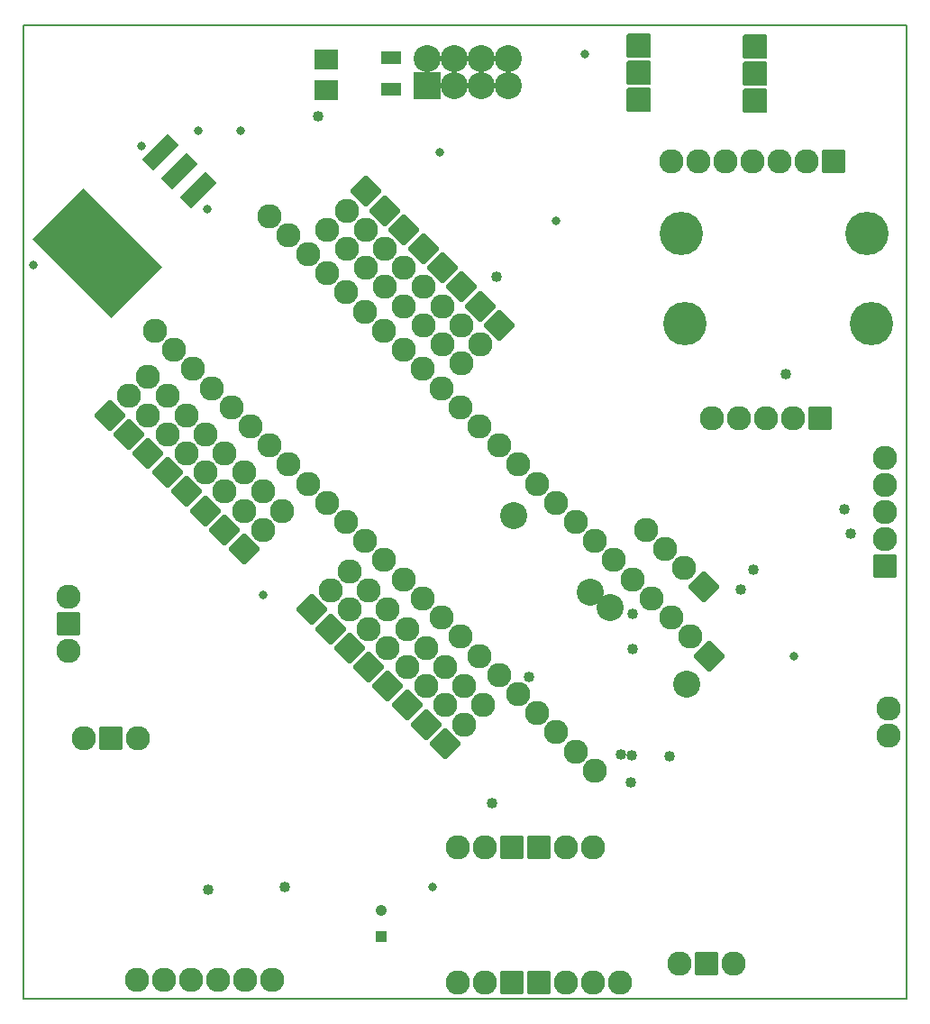
<source format=gbr>
G04 PROTEUS GERBER X2 FILE*
%TF.GenerationSoftware,Labcenter,Proteus,8.15-SP1-Build34318*%
%TF.CreationDate,2023-08-09T10:16:53+00:00*%
%TF.FileFunction,Soldermask,Top*%
%TF.FilePolarity,Negative*%
%TF.Part,Single*%
%TF.SameCoordinates,{0049c899-80f1-4e30-9ba5-08a3a9b55963}*%
%FSLAX45Y45*%
%MOMM*%
G01*
%TA.AperFunction,Material*%
%ADD37C,0.812800*%
%ADD38C,1.016000*%
%AMPPAD033*
4,1,36,
1.143000,-1.270000,
-1.143000,-1.270000,
-1.168970,-1.267470,
-1.192980,-1.260200,
-1.214580,-1.248650,
-1.233290,-1.233290,
-1.248650,-1.214570,
-1.260200,-1.192980,
-1.267470,-1.168970,
-1.270000,-1.143000,
-1.270000,1.143000,
-1.267470,1.168970,
-1.260200,1.192980,
-1.248650,1.214570,
-1.233290,1.233290,
-1.214580,1.248650,
-1.192980,1.260200,
-1.168970,1.267470,
-1.143000,1.270000,
1.143000,1.270000,
1.168970,1.267470,
1.192980,1.260200,
1.214580,1.248650,
1.233290,1.233290,
1.248650,1.214570,
1.260200,1.192980,
1.267470,1.168970,
1.270000,1.143000,
1.270000,-1.143000,
1.267470,-1.168970,
1.260200,-1.192980,
1.248650,-1.214570,
1.233290,-1.233290,
1.214580,-1.248650,
1.192980,-1.260200,
1.168970,-1.267470,
1.143000,-1.270000,
0*%
%TA.AperFunction,Material*%
%ADD39PPAD033*%
%ADD40C,2.540000*%
%TA.AperFunction,Material*%
%ADD41C,2.286000*%
%AMPPAD036*
4,1,36,
-0.089800,-1.436840,
-1.436840,-0.089800,
-1.453420,-0.069650,
-1.465250,-0.047530,
-1.472360,-0.024090,
-1.474730,0.000000,
-1.472350,0.024100,
-1.465250,0.047530,
-1.453420,0.069650,
-1.436840,0.089800,
-0.089800,1.436840,
-0.069650,1.453420,
-0.047530,1.465250,
-0.024100,1.472350,
0.000000,1.474730,
0.024090,1.472360,
0.047530,1.465250,
0.069650,1.453420,
0.089800,1.436840,
1.436840,0.089800,
1.453420,0.069650,
1.465250,0.047530,
1.472360,0.024090,
1.474730,0.000000,
1.472350,-0.024100,
1.465250,-0.047530,
1.453420,-0.069650,
1.436840,-0.089800,
0.089800,-1.436840,
0.069650,-1.453420,
0.047530,-1.465250,
0.024100,-1.472350,
0.000000,-1.474730,
-0.024090,-1.472360,
-0.047530,-1.465250,
-0.069650,-1.453420,
-0.089800,-1.436840,
0*%
%ADD42PPAD036*%
%AMPPAD037*
4,1,4,
0.709440,1.733190,
1.733190,0.709440,
-0.709440,-1.733190,
-1.733190,-0.709440,
0.709440,1.733190,
0*%
%TA.AperFunction,Material*%
%ADD43PPAD037*%
%AMPPAD038*
4,1,4,
6.115550,-1.302140,
1.302140,-6.115550,
-6.115550,1.302140,
-1.302140,6.115550,
6.115550,-1.302140,
0*%
%ADD44PPAD038*%
%AMPPAD039*
4,1,36,
-1.143000,-1.016000,
-1.143000,1.016000,
-1.140470,1.041970,
-1.133200,1.065980,
-1.121650,1.087580,
-1.106290,1.106290,
-1.087570,1.121650,
-1.065980,1.133200,
-1.041970,1.140470,
-1.016000,1.143000,
1.016000,1.143000,
1.041970,1.140470,
1.065980,1.133200,
1.087570,1.121650,
1.106290,1.106290,
1.121650,1.087580,
1.133200,1.065980,
1.140470,1.041970,
1.143000,1.016000,
1.143000,-1.016000,
1.140470,-1.041970,
1.133200,-1.065980,
1.121650,-1.087580,
1.106290,-1.106290,
1.087570,-1.121650,
1.065980,-1.133200,
1.041970,-1.140470,
1.016000,-1.143000,
-1.016000,-1.143000,
-1.041970,-1.140470,
-1.065980,-1.133200,
-1.087570,-1.121650,
-1.106290,-1.106290,
-1.121650,-1.087580,
-1.133200,-1.065980,
-1.140470,-1.041970,
-1.143000,-1.016000,
0*%
%TA.AperFunction,Material*%
%ADD45PPAD039*%
%AMPPAD040*
4,1,36,
0.952500,-1.079500,
-0.952500,-1.079500,
-0.978470,-1.076970,
-1.002480,-1.069700,
-1.024080,-1.058150,
-1.042790,-1.042790,
-1.058150,-1.024070,
-1.069700,-1.002480,
-1.076970,-0.978470,
-1.079500,-0.952500,
-1.079500,0.952500,
-1.076970,0.978470,
-1.069700,1.002480,
-1.058150,1.024070,
-1.042790,1.042790,
-1.024080,1.058150,
-1.002480,1.069700,
-0.978470,1.076970,
-0.952500,1.079500,
0.952500,1.079500,
0.978470,1.076970,
1.002480,1.069700,
1.024080,1.058150,
1.042790,1.042790,
1.058150,1.024070,
1.069700,1.002480,
1.076970,0.978470,
1.079500,0.952500,
1.079500,-0.952500,
1.076970,-0.978470,
1.069700,-1.002480,
1.058150,-1.024070,
1.042790,-1.042790,
1.024080,-1.058150,
1.002480,-1.069700,
0.978470,-1.076970,
0.952500,-1.079500,
0*%
%ADD46PPAD040*%
%AMPPAD041*
4,1,36,
-1.079500,-0.952500,
-1.079500,0.952500,
-1.076970,0.978470,
-1.069700,1.002480,
-1.058150,1.024080,
-1.042790,1.042790,
-1.024070,1.058150,
-1.002480,1.069700,
-0.978470,1.076970,
-0.952500,1.079500,
0.952500,1.079500,
0.978470,1.076970,
1.002480,1.069700,
1.024070,1.058150,
1.042790,1.042790,
1.058150,1.024080,
1.069700,1.002480,
1.076970,0.978470,
1.079500,0.952500,
1.079500,-0.952500,
1.076970,-0.978470,
1.069700,-1.002480,
1.058150,-1.024080,
1.042790,-1.042790,
1.024070,-1.058150,
1.002480,-1.069700,
0.978470,-1.076970,
0.952500,-1.079500,
-0.952500,-1.079500,
-0.978470,-1.076970,
-1.002480,-1.069700,
-1.024070,-1.058150,
-1.042790,-1.042790,
-1.058150,-1.024080,
-1.069700,-1.002480,
-1.076970,-0.978470,
-1.079500,-0.952500,
0*%
%ADD47PPAD041*%
%TA.AperFunction,Material*%
%ADD48C,4.064000*%
%AMPPAD043*
4,1,4,
1.130300,0.901700,
1.130300,-0.901700,
-1.130300,-0.901700,
-1.130300,0.901700,
1.130300,0.901700,
0*%
%ADD49PPAD043*%
%AMPPAD044*
4,1,4,
-0.901700,-0.571500,
-0.901700,0.571500,
0.901700,0.571500,
0.901700,-0.571500,
-0.901700,-0.571500,
0*%
%ADD50PPAD044*%
%AMPPAD045*
4,1,4,
-0.525000,-0.525000,
-0.525000,0.525000,
0.525000,0.525000,
0.525000,-0.525000,
-0.525000,-0.525000,
0*%
%ADD51PPAD045*%
%ADD52C,1.050000*%
%TA.AperFunction,Profile*%
%ADD27C,0.203200*%
%TD.AperFunction*%
D37*
X+488900Y+7940944D03*
X+1107440Y+7350760D03*
X-520788Y+6827593D03*
D38*
X+2150774Y+8226667D03*
X+3829288Y+6716923D03*
D37*
X+4653280Y+8806180D03*
X+1025140Y+8087440D03*
X+1426303Y+8085997D03*
D38*
X+6117799Y+3774628D03*
X+6242472Y+3962259D03*
X+4129470Y+2956157D03*
D37*
X+6622155Y+3153038D03*
D38*
X+6545292Y+5799583D03*
X+7155494Y+4307006D03*
X+7093434Y+4534194D03*
X+5102447Y+3550301D03*
X+5102193Y+3222891D03*
X+5101278Y+2216461D03*
X+5089913Y+1963714D03*
X+5451997Y+2207997D03*
D37*
X+3228123Y+986443D03*
D38*
X+4994807Y+2224698D03*
X+3785580Y+1768554D03*
X+1833543Y+983624D03*
X+1116228Y+957165D03*
D37*
X+3289806Y+7883004D03*
X+4381892Y+7244737D03*
X+1632405Y+3727653D03*
D39*
X+3175000Y+8509000D03*
D40*
X+3175000Y+8763000D03*
X+3429000Y+8509000D03*
X+3429000Y+8763000D03*
X+3683000Y+8509000D03*
X+3683000Y+8763000D03*
X+3937000Y+8509000D03*
X+3937000Y+8763000D03*
D41*
X+5466136Y+3514786D03*
X+5286531Y+3694391D03*
X+5106926Y+3873997D03*
X+4927321Y+4053602D03*
X+4747716Y+4233207D03*
X+4568110Y+4412812D03*
X+4388505Y+4592417D03*
X+4208900Y+4772022D03*
X+4029295Y+4951627D03*
X+3849690Y+5131232D03*
X+3670085Y+5310837D03*
X+3490480Y+5490443D03*
X+2412849Y+4412812D03*
X+2592454Y+4233207D03*
X+2772059Y+4053602D03*
X+2951664Y+3873997D03*
X+3131269Y+3694391D03*
X+3310875Y+3514786D03*
X+3490480Y+3335181D03*
X+3670085Y+3155576D03*
X+3849690Y+2975971D03*
X+4029295Y+2796366D03*
X+4208900Y+2616761D03*
X+3131269Y+5849653D03*
X+2951664Y+6029258D03*
X+2772059Y+6208863D03*
X+2592454Y+6388468D03*
X+2412849Y+6568073D03*
X+2233244Y+6747678D03*
X+2053639Y+6927284D03*
X+1874034Y+7106889D03*
X+1694428Y+7286494D03*
X+616798Y+6208863D03*
X+796403Y+6029258D03*
X+976008Y+5849653D03*
X+1155613Y+5670048D03*
X+1335218Y+5490443D03*
X+1514823Y+5310837D03*
X+1694428Y+5131232D03*
X+1874034Y+4951627D03*
X+2053639Y+4772022D03*
D42*
X+5825346Y+3155576D03*
D41*
X+5645741Y+3335181D03*
X+3310875Y+5670048D03*
X+2233244Y+4592417D03*
X+4388505Y+2437156D03*
X+4568110Y+2257550D03*
X+4747716Y+2077945D03*
D42*
X+3344423Y+2331314D03*
X+3164818Y+2510919D03*
X+2985213Y+2690524D03*
X+2805608Y+2870129D03*
X+2626003Y+3049734D03*
X+2446398Y+3229339D03*
X+2266793Y+3408945D03*
X+2087188Y+3588550D03*
D41*
X+3524029Y+2510919D03*
X+3344423Y+2690524D03*
X+3164818Y+2870129D03*
X+2985213Y+3049734D03*
X+2805608Y+3229339D03*
X+2626003Y+3408945D03*
X+2446398Y+3588550D03*
X+2266793Y+3768155D03*
X+3703634Y+2690524D03*
X+3524029Y+2870129D03*
X+3344423Y+3049734D03*
X+3164818Y+3229339D03*
X+2985213Y+3408945D03*
X+2805608Y+3588550D03*
X+2626003Y+3768155D03*
X+2446398Y+3947760D03*
D42*
X+1452189Y+4158186D03*
X+1272584Y+4337791D03*
X+1092979Y+4517396D03*
X+913374Y+4697002D03*
X+733769Y+4876607D03*
X+554164Y+5056212D03*
X+374558Y+5235817D03*
X+194953Y+5415422D03*
D41*
X+1631794Y+4337791D03*
X+1452189Y+4517396D03*
X+1272584Y+4697002D03*
X+1092979Y+4876607D03*
X+913374Y+5056212D03*
X+733769Y+5235817D03*
X+554164Y+5415422D03*
X+374558Y+5595027D03*
X+1811399Y+4517396D03*
X+1631794Y+4697002D03*
X+1452189Y+4876607D03*
X+1272584Y+5056212D03*
X+1092979Y+5235817D03*
X+913374Y+5415422D03*
X+733769Y+5595027D03*
X+554164Y+5774632D03*
D42*
X+2598221Y+7517745D03*
X+2777826Y+7338140D03*
X+2957431Y+7158535D03*
X+3137036Y+6978930D03*
X+3316641Y+6799325D03*
X+3496247Y+6619720D03*
X+3675852Y+6440115D03*
X+3855457Y+6260510D03*
D41*
X+2418616Y+7338140D03*
X+2598221Y+7158535D03*
X+2777826Y+6978930D03*
X+2957431Y+6799325D03*
X+3137036Y+6619720D03*
X+3316641Y+6440115D03*
X+3496247Y+6260510D03*
X+3675852Y+6080904D03*
X+2239011Y+7158535D03*
X+2418616Y+6978930D03*
X+2598221Y+6799325D03*
X+2777826Y+6619720D03*
X+2957431Y+6440115D03*
X+3137036Y+6260510D03*
X+3316641Y+6080904D03*
X+3496247Y+5901299D03*
D43*
X+1024012Y+7525341D03*
X+844407Y+7704946D03*
X+664802Y+7884551D03*
D44*
X+73660Y+6934200D03*
D45*
X+5163820Y+8371840D03*
X+5163820Y+8625840D03*
X+5163820Y+8879840D03*
X+6261100Y+8364220D03*
X+6261100Y+8618220D03*
X+6261100Y+8872220D03*
D41*
X-190518Y+3203108D03*
D46*
X-190517Y+3457107D03*
D41*
X-190518Y+3711108D03*
D42*
X+5771950Y+3801310D03*
D41*
X+5592345Y+3980915D03*
X+5412740Y+4160520D03*
X+5233135Y+4340125D03*
X+5544098Y+267434D03*
D47*
X+5798098Y+267434D03*
D41*
X+6052097Y+267434D03*
X+3461986Y+1355766D03*
X+3715986Y+1355766D03*
D47*
X+3969986Y+1355766D03*
X+4223986Y+1355766D03*
D41*
X+4477986Y+1355766D03*
X+4731986Y+1355766D03*
X+4985986Y+85766D03*
X+4731986Y+85767D03*
X+4477985Y+85766D03*
D47*
X+4223985Y+85766D03*
X+3969986Y+85766D03*
D41*
X+3715986Y+85766D03*
X+3461986Y+85766D03*
X+450937Y+109568D03*
X+704937Y+109568D03*
X+958937Y+109568D03*
X+1212937Y+109568D03*
X+1466936Y+109568D03*
X+1720937Y+109568D03*
D46*
X+6863476Y+5386010D03*
D41*
X+6609476Y+5386010D03*
X+6355476Y+5386010D03*
X+6101475Y+5386010D03*
X+5847475Y+5386010D03*
X+5466476Y+7799010D03*
X+5720475Y+7799010D03*
X+5974475Y+7799010D03*
X+6228476Y+7799011D03*
X+6482476Y+7799011D03*
X+6736476Y+7799010D03*
D46*
X+6990476Y+7799010D03*
D47*
X+7480300Y+3995420D03*
D41*
X+7480300Y+4249420D03*
X+7480300Y+4503420D03*
X+7480300Y+4757420D03*
X+7480300Y+5011420D03*
X+7513320Y+2405380D03*
X+7513320Y+2659380D03*
D40*
X+3990652Y+4469608D03*
X+4709072Y+3751188D03*
X+5610442Y+2886356D03*
X+4892022Y+3604776D03*
D48*
X+5560060Y+7119620D03*
X+7310060Y+7119620D03*
X+5598160Y+6276340D03*
X+7348160Y+6276340D03*
D49*
X+2228304Y+8756278D03*
X+2228304Y+8466278D03*
D50*
X+2837467Y+8473972D03*
X+2837467Y+8773972D03*
D51*
X+2740660Y+517620D03*
D52*
X+2740660Y+767620D03*
D41*
X-53340Y+2382520D03*
D47*
X+200660Y+2382520D03*
D41*
X+454660Y+2382520D03*
D27*
X-619760Y-63500D02*
X+7683500Y-63500D01*
X+7683500Y+9080500D01*
X-619760Y+9080500D01*
X-619760Y-63500D01*
M02*

</source>
